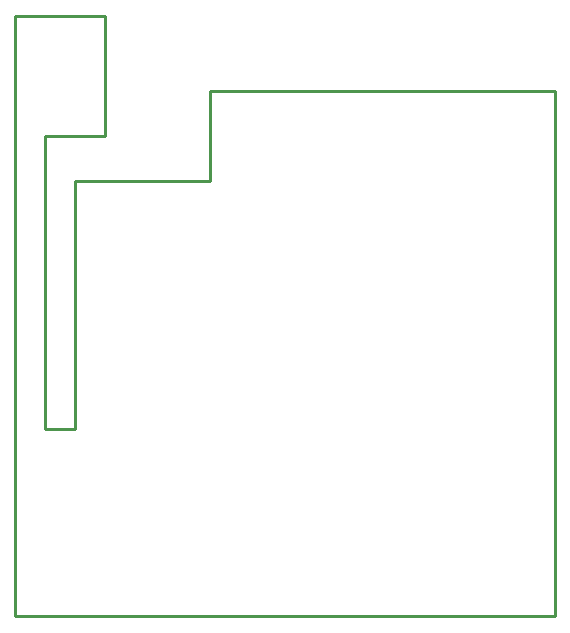
<source format=gko>
G04 Layer: BoardOutline*
G04 EasyEDA v6.3.43, 2020-05-12T15:16:01+02:00*
G04 4d644927dd1f4b27a0df6f52f7f7ce2a,accd6950acb14890b3c9ed90e7fce2f1,10*
G04 Gerber Generator version 0.2*
G04 Scale: 100 percent, Rotated: No, Reflected: No *
G04 Dimensions in inches *
G04 leading zeros omitted , absolute positions ,2 integer and 4 decimal *
%FSLAX24Y24*%
%MOIN*%
G90*
G70D02*

%ADD10C,0.010000*%
G54D10*
G01X0Y20000D02*
G01X3000Y20000D01*
G01X3000Y16000D01*
G01X1000Y16000D01*
G01X1000Y6250D01*
G01X2000Y6250D01*
G01X2000Y14500D01*
G01X6500Y14500D01*
G01X6500Y17500D01*
G01X18000Y17500D01*
G01X18000Y0D01*
G01X0Y0D01*
G01X0Y20000D01*

%LPD*%
M00*
M02*

</source>
